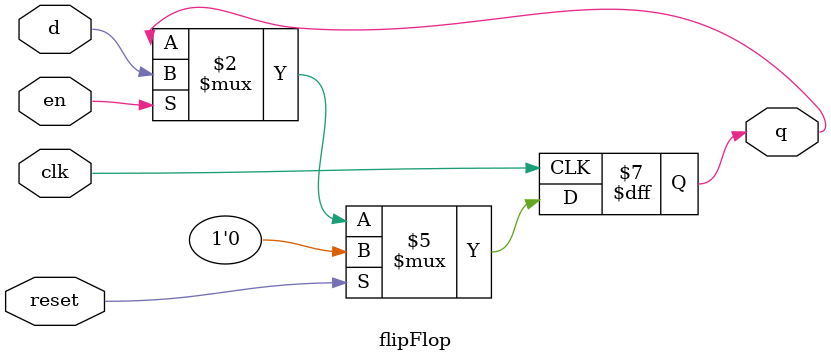
<source format=v>



module flipFlop (
input clk, 
input reset,
input en,
input d,
output reg q
    );

always @(posedge clk) 
begin
    if(reset)
        q<=0;
    else if(en)
        q<=d;
end 
  
endmodule

</source>
